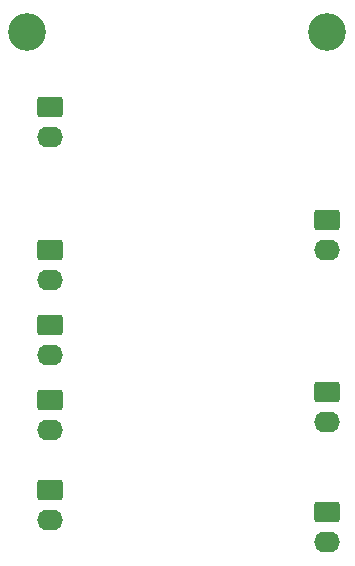
<source format=gbr>
%TF.GenerationSoftware,KiCad,Pcbnew,(6.0.1-0)*%
%TF.CreationDate,2024-04-12T07:51:12-04:00*%
%TF.ProjectId,Supertime External Trigger,53757065-7274-4696-9d65-204578746572,rev?*%
%TF.SameCoordinates,Original*%
%TF.FileFunction,Soldermask,Bot*%
%TF.FilePolarity,Negative*%
%FSLAX46Y46*%
G04 Gerber Fmt 4.6, Leading zero omitted, Abs format (unit mm)*
G04 Created by KiCad (PCBNEW (6.0.1-0)) date 2024-04-12 07:51:12*
%MOMM*%
%LPD*%
G01*
G04 APERTURE LIST*
G04 Aperture macros list*
%AMRoundRect*
0 Rectangle with rounded corners*
0 $1 Rounding radius*
0 $2 $3 $4 $5 $6 $7 $8 $9 X,Y pos of 4 corners*
0 Add a 4 corners polygon primitive as box body*
4,1,4,$2,$3,$4,$5,$6,$7,$8,$9,$2,$3,0*
0 Add four circle primitives for the rounded corners*
1,1,$1+$1,$2,$3*
1,1,$1+$1,$4,$5*
1,1,$1+$1,$6,$7*
1,1,$1+$1,$8,$9*
0 Add four rect primitives between the rounded corners*
20,1,$1+$1,$2,$3,$4,$5,0*
20,1,$1+$1,$4,$5,$6,$7,0*
20,1,$1+$1,$6,$7,$8,$9,0*
20,1,$1+$1,$8,$9,$2,$3,0*%
G04 Aperture macros list end*
%ADD10RoundRect,0.250000X-0.845000X0.620000X-0.845000X-0.620000X0.845000X-0.620000X0.845000X0.620000X0*%
%ADD11O,2.190000X1.740000*%
%ADD12C,3.200000*%
G04 APERTURE END LIST*
D10*
%TO.C,Vcc1*%
X161290000Y-91440000D03*
D11*
X161290000Y-93980000D03*
%TD*%
D10*
%TO.C,STSORT1*%
X137795000Y-85725000D03*
D11*
X137795000Y-88265000D03*
%TD*%
D10*
%TO.C,1MHzOut1*%
X161290000Y-101600000D03*
D11*
X161290000Y-104140000D03*
%TD*%
D10*
%TO.C,STRS1*%
X137795000Y-92075000D03*
D11*
X137795000Y-94615000D03*
%TD*%
D10*
%TO.C,FPGA1*%
X137795000Y-79375000D03*
D11*
X137795000Y-81915000D03*
%TD*%
%TO.C,60HzOut1*%
X161290000Y-79375000D03*
D10*
X161290000Y-76835000D03*
%TD*%
%TO.C,60HzIN1*%
X137795000Y-67310000D03*
D11*
X137795000Y-69850000D03*
%TD*%
D10*
%TO.C,1MHz1*%
X137795000Y-99695000D03*
D11*
X137795000Y-102235000D03*
%TD*%
D12*
%TO.C,H2*%
X135890000Y-60960000D03*
%TD*%
%TO.C,H1*%
X161290000Y-60960000D03*
%TD*%
M02*

</source>
